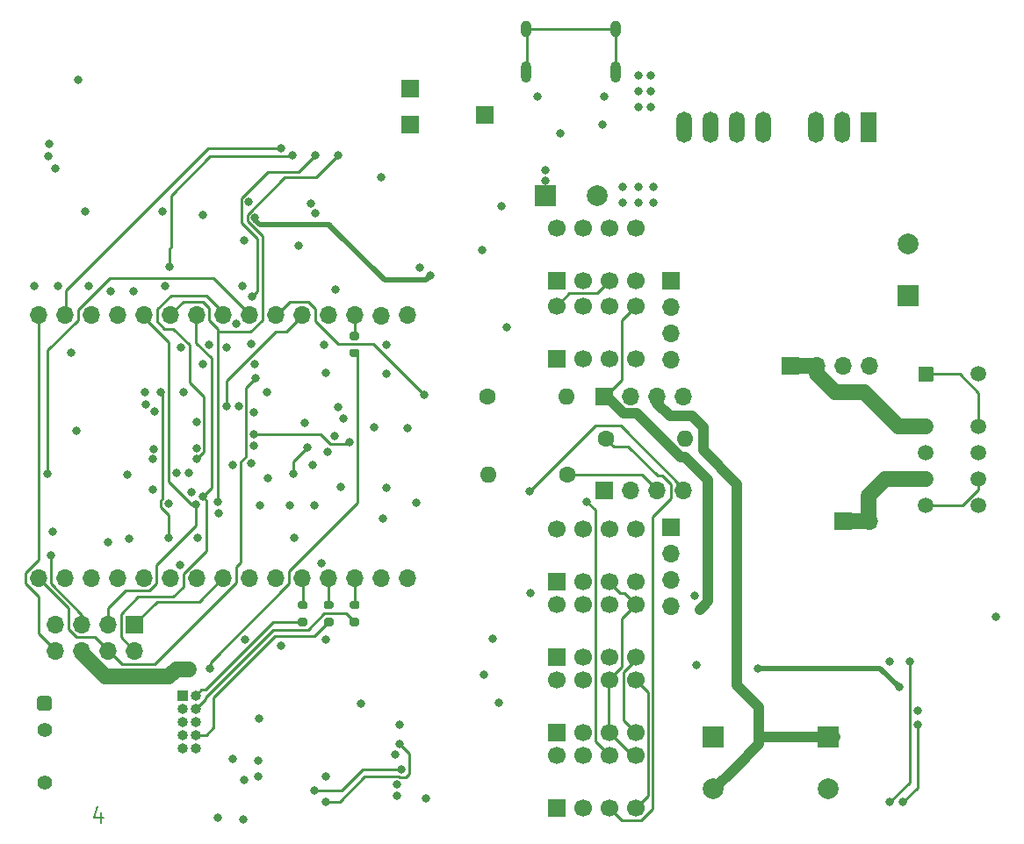
<source format=gbr>
%TF.GenerationSoftware,KiCad,Pcbnew,5.1.9-73d0e3b20d~88~ubuntu18.04.1*%
%TF.CreationDate,2021-01-16T14:46:19+01:00*%
%TF.ProjectId,saba-fernbedienung,73616261-2d66-4657-926e-62656469656e,rev?*%
%TF.SameCoordinates,Original*%
%TF.FileFunction,Copper,L4,Bot*%
%TF.FilePolarity,Positive*%
%FSLAX46Y46*%
G04 Gerber Fmt 4.6, Leading zero omitted, Abs format (unit mm)*
G04 Created by KiCad (PCBNEW 5.1.9-73d0e3b20d~88~ubuntu18.04.1) date 2021-01-16 14:46:19*
%MOMM*%
%LPD*%
G01*
G04 APERTURE LIST*
%TA.AperFunction,NonConductor*%
%ADD10C,0.150000*%
%TD*%
%TA.AperFunction,ComponentPad*%
%ADD11C,2.000000*%
%TD*%
%TA.AperFunction,ComponentPad*%
%ADD12R,2.000000X2.000000*%
%TD*%
%TA.AperFunction,ComponentPad*%
%ADD13O,1.700000X1.700000*%
%TD*%
%TA.AperFunction,ComponentPad*%
%ADD14R,1.700000X1.700000*%
%TD*%
%TA.AperFunction,ComponentPad*%
%ADD15C,1.700000*%
%TD*%
%TA.AperFunction,ComponentPad*%
%ADD16O,1.000000X2.100000*%
%TD*%
%TA.AperFunction,ComponentPad*%
%ADD17O,1.000000X1.600000*%
%TD*%
%TA.AperFunction,ComponentPad*%
%ADD18O,1.500000X3.000000*%
%TD*%
%TA.AperFunction,ComponentPad*%
%ADD19R,1.500000X3.000000*%
%TD*%
%TA.AperFunction,ComponentPad*%
%ADD20C,1.400000*%
%TD*%
%TA.AperFunction,ComponentPad*%
%ADD21C,1.600000*%
%TD*%
%TA.AperFunction,ComponentPad*%
%ADD22O,1.600000X1.600000*%
%TD*%
%TA.AperFunction,ComponentPad*%
%ADD23C,1.500000*%
%TD*%
%TA.AperFunction,ComponentPad*%
%ADD24O,1.000000X1.000000*%
%TD*%
%TA.AperFunction,ComponentPad*%
%ADD25R,1.000000X1.000000*%
%TD*%
%TA.AperFunction,ViaPad*%
%ADD26C,0.800000*%
%TD*%
%TA.AperFunction,Conductor*%
%ADD27C,1.500000*%
%TD*%
%TA.AperFunction,Conductor*%
%ADD28C,1.000000*%
%TD*%
%TA.AperFunction,Conductor*%
%ADD29C,0.500000*%
%TD*%
%TA.AperFunction,Conductor*%
%ADD30C,0.250000*%
%TD*%
G04 APERTURE END LIST*
D10*
X107985714Y-137078571D02*
X107985714Y-138078571D01*
X107628571Y-136507142D02*
X107271428Y-137578571D01*
X108200000Y-137578571D01*
D11*
%TO.P,C407,2*%
%TO.N,GND*%
X155800000Y-77600000D03*
D12*
%TO.P,C407,1*%
%TO.N,+5V*%
X150800000Y-77600000D03*
%TD*%
D13*
%TO.P,U201,30*%
%TO.N,+5V*%
X137490000Y-114500000D03*
%TO.P,U201,29*%
%TO.N,GND*%
X134950000Y-114500000D03*
%TO.P,U201,28*%
%TO.N,SABA_Suchlauf_R*%
X132410000Y-114500000D03*
%TO.P,U201,27*%
%TO.N,SABA_Schnelllauf*%
X129870000Y-114500000D03*
%TO.P,U201,26*%
%TO.N,SABA_Suchlauf_L*%
X127330000Y-114500000D03*
%TO.P,U201,25*%
%TO.N,SABA_Laufrichtung*%
X124790000Y-114500000D03*
%TO.P,U201,24*%
%TO.N,SABA_Netz*%
X122250000Y-114500000D03*
%TO.P,U201,23*%
%TO.N,SPI_CS_LCD*%
X119710000Y-114500000D03*
%TO.P,U201,22*%
%TO.N,SABA_Suchlauf_Langsam*%
X117170000Y-114500000D03*
%TO.P,U201,21*%
%TO.N,SPI_DCS_VS1053*%
X114630000Y-114500000D03*
%TO.P,U201,20*%
%TO.N,IR_RX*%
X112090000Y-114500000D03*
%TO.P,U201,19*%
%TO.N,SABA_Suchlauf_Schnell*%
X109550000Y-114500000D03*
%TO.P,U201,18*%
%TO.N,Net-(R204-Pad2)*%
X107010000Y-114500000D03*
%TO.P,U201,17*%
%TO.N,SABA_HS*%
X104470000Y-114500000D03*
%TO.P,U201,16*%
%TO.N,~RESET*%
X101930000Y-114500000D03*
%TO.P,U201,15*%
%TO.N,LCD_A0*%
X101930000Y-89100000D03*
%TO.P,U201,14*%
%TO.N,SPI_CS_SDCARD*%
X104470000Y-89100000D03*
%TO.P,U201,13*%
%TO.N,N/C*%
X107010000Y-89100000D03*
%TO.P,U201,12*%
X109550000Y-89100000D03*
%TO.P,U201,11*%
%TO.N,SPI_MOSI*%
X112090000Y-89100000D03*
%TO.P,U201,10*%
%TO.N,SPI_MISO*%
X114630000Y-89100000D03*
%TO.P,U201,9*%
%TO.N,SPI_SCK*%
X117170000Y-89100000D03*
%TO.P,U201,8*%
%TO.N,SPI_CS_VS1053*%
X119710000Y-89100000D03*
%TO.P,U201,7*%
%TO.N,Net-(R203-Pad2)*%
X122250000Y-89100000D03*
%TO.P,U201,6*%
%TO.N,SABA_Mute*%
X124790000Y-89100000D03*
%TO.P,U201,5*%
%TO.N,VS1053_DREQ*%
X127330000Y-89100000D03*
%TO.P,U201,4*%
%TO.N,SABA_Laut*%
X129870000Y-89100000D03*
%TO.P,U201,3*%
%TO.N,SABA_Leise*%
X132410000Y-89100000D03*
%TO.P,U201,2*%
%TO.N,GND*%
X134950000Y-89150800D03*
%TO.P,U201,1*%
%TO.N,+3V3*%
X137488000Y-89100800D03*
%TD*%
D14*
%TO.P,J312,1*%
%TO.N,SPI_CS_LCD*%
X111180000Y-118960000D03*
D13*
%TO.P,J312,2*%
%TO.N,SPI_SCK*%
X111180000Y-121500000D03*
%TO.P,J312,3*%
%TO.N,SPI_MOSI*%
X108640000Y-118960000D03*
%TO.P,J312,4*%
%TO.N,~RESET*%
X108640000Y-121500000D03*
%TO.P,J312,5*%
%TO.N,LCD_BL*%
X106100000Y-118960000D03*
%TO.P,J312,6*%
%TO.N,+5V*%
X106100000Y-121500000D03*
%TO.P,J312,7*%
%TO.N,GND*%
X103560000Y-118960000D03*
%TO.P,J312,8*%
%TO.N,LCD_A0*%
X103560000Y-121500000D03*
%TD*%
D12*
%TO.P,C418,1*%
%TO.N,SABA_GND_AC*%
X178100000Y-129800000D03*
D11*
%TO.P,C418,2*%
%TO.N,-24V*%
X178100000Y-134800000D03*
%TD*%
D14*
%TO.P,K606,1*%
%TO.N,+5V*%
X151880000Y-114800000D03*
D15*
%TO.P,K606,2*%
%TO.N,SABA_Suchlauf*%
X154420000Y-114800000D03*
%TO.P,K606,3*%
%TO.N,/Fernbedienung/Suchlauf*%
X156960000Y-114800000D03*
%TO.P,K606,4*%
%TO.N,N/C*%
X159500000Y-114800000D03*
%TO.P,K606,5*%
%TO.N,SABA_Suchlauf*%
X159500000Y-109720000D03*
%TO.P,K606,6*%
%TO.N,SABA_GND_AC*%
X156960000Y-109720000D03*
%TO.P,K606,7*%
%TO.N,N/C*%
X154420000Y-109720000D03*
%TO.P,K606,8*%
%TO.N,/Fernbedienung/Relais_Mute*%
X151880000Y-109720000D03*
%TD*%
D14*
%TO.P,K605,1*%
%TO.N,+5V*%
X151880000Y-136680000D03*
D15*
%TO.P,K605,2*%
%TO.N,N/C*%
X154420000Y-136680000D03*
%TO.P,K605,3*%
%TO.N,Net-(K605-Pad3)*%
X156960000Y-136680000D03*
%TO.P,K605,4*%
%TO.N,Net-(K604-Pad5)*%
X159500000Y-136680000D03*
%TO.P,K605,5*%
%TO.N,/Fernbedienung/Suchlauf*%
X159500000Y-131600000D03*
%TO.P,K605,6*%
%TO.N,Net-(K605-Pad6)*%
X156960000Y-131600000D03*
%TO.P,K605,7*%
%TO.N,N/C*%
X154420000Y-131600000D03*
%TO.P,K605,8*%
%TO.N,/Fernbedienung/Relais_Suchlauf_L*%
X151880000Y-131600000D03*
%TD*%
D14*
%TO.P,K604,1*%
%TO.N,+5V*%
X151880000Y-129380000D03*
D15*
%TO.P,K604,2*%
%TO.N,N/C*%
X154420000Y-129380000D03*
%TO.P,K604,3*%
%TO.N,/Fernbedienung/Suchlauf*%
X156960000Y-129380000D03*
%TO.P,K604,4*%
%TO.N,Net-(K602-Pad4)*%
X159500000Y-129380000D03*
%TO.P,K604,5*%
%TO.N,Net-(K604-Pad5)*%
X159500000Y-124300000D03*
%TO.P,K604,6*%
%TO.N,/Fernbedienung/Suchlauf*%
X156960000Y-124300000D03*
%TO.P,K604,7*%
%TO.N,N/C*%
X154420000Y-124300000D03*
%TO.P,K604,8*%
%TO.N,/Fernbedienung/Relais_Schnelllauf*%
X151880000Y-124300000D03*
%TD*%
D14*
%TO.P,K603,1*%
%TO.N,+5V*%
X151880000Y-85800000D03*
D15*
%TO.P,K603,2*%
%TO.N,/Fernbedienung/Relais_Laut*%
X154420000Y-85800000D03*
%TO.P,K603,3*%
%TO.N,Net-(D602-Pad2)*%
X156960000Y-85800000D03*
%TO.P,K603,4*%
%TO.N,N/C*%
X159500000Y-85800000D03*
%TO.P,K603,5*%
%TO.N,SABA_~15V_AC*%
X159500000Y-80720000D03*
%TO.P,K603,6*%
%TO.N,SABA_Lautstaerke*%
X156960000Y-80720000D03*
%TO.P,K603,7*%
%TO.N,N/C*%
X154420000Y-80720000D03*
%TO.P,K603,8*%
%TO.N,Net-(D604-Pad2)*%
X151880000Y-80720000D03*
%TD*%
D14*
%TO.P,K602,1*%
%TO.N,+5V*%
X151880000Y-122080000D03*
D15*
%TO.P,K602,2*%
%TO.N,N/C*%
X154420000Y-122080000D03*
%TO.P,K602,3*%
%TO.N,Net-(K602-Pad3)*%
X156960000Y-122080000D03*
%TO.P,K602,4*%
%TO.N,Net-(K602-Pad4)*%
X159500000Y-122080000D03*
%TO.P,K602,5*%
%TO.N,/Fernbedienung/Suchlauf*%
X159500000Y-117000000D03*
%TO.P,K602,6*%
%TO.N,Net-(K602-Pad6)*%
X156960000Y-117000000D03*
%TO.P,K602,7*%
%TO.N,N/C*%
X154420000Y-117000000D03*
%TO.P,K602,8*%
%TO.N,/Fernbedienung/Relais_Suchlauf_R*%
X151880000Y-117000000D03*
%TD*%
D14*
%TO.P,K601,1*%
%TO.N,+5V*%
X151880000Y-93300000D03*
D15*
%TO.P,K601,2*%
%TO.N,/Fernbedienung/Relais_Leise*%
X154420000Y-93300000D03*
%TO.P,K601,3*%
%TO.N,Net-(D604-Pad2)*%
X156960000Y-93300000D03*
%TO.P,K601,4*%
%TO.N,N/C*%
X159500000Y-93300000D03*
%TO.P,K601,5*%
%TO.N,SABA_15V_AC*%
X159500000Y-88220000D03*
%TO.P,K601,6*%
%TO.N,SABA_Lautstaerke*%
X156960000Y-88220000D03*
%TO.P,K601,7*%
%TO.N,N/C*%
X154420000Y-88220000D03*
%TO.P,K601,8*%
%TO.N,Net-(D602-Pad2)*%
X151880000Y-88220000D03*
%TD*%
D14*
%TO.P,J306,1*%
%TO.N,SABA_N2*%
X179500000Y-109000000D03*
D13*
%TO.P,J306,2*%
X182040000Y-109000000D03*
%TD*%
D16*
%TO.P,J313,S1*%
%TO.N,Net-(J313-PadS1)*%
X148960000Y-65630000D03*
X157600000Y-65630000D03*
D17*
X157600000Y-61450000D03*
X148960000Y-61450000D03*
%TD*%
D18*
%TO.P,U401,8*%
%TO.N,N/C*%
X164220000Y-71000000D03*
%TO.P,U401,7*%
%TO.N,GND*%
X166760000Y-71000000D03*
%TO.P,U401,3*%
%TO.N,N/C*%
X176920000Y-71000000D03*
%TO.P,U401,6*%
%TO.N,+5V*%
X169300000Y-71000000D03*
%TO.P,U401,5*%
%TO.N,N/C*%
X171840000Y-71000000D03*
%TO.P,U401,2*%
%TO.N,Net-(C401-Pad1)*%
X179460000Y-71000000D03*
D19*
%TO.P,U401,1*%
%TO.N,Net-(C402-Pad2)*%
X182000000Y-71000000D03*
%TD*%
%TO.P,U301,1*%
%TO.N,GND*%
%TA.AperFunction,ComponentPad*%
G36*
G01*
X102049200Y-125860000D02*
X102950800Y-125860000D01*
G75*
G02*
X103200000Y-126109200I0J-249200D01*
G01*
X103200000Y-127010800D01*
G75*
G02*
X102950800Y-127260000I-249200J0D01*
G01*
X102049200Y-127260000D01*
G75*
G02*
X101800000Y-127010800I0J249200D01*
G01*
X101800000Y-126109200D01*
G75*
G02*
X102049200Y-125860000I249200J0D01*
G01*
G37*
%TD.AperFunction*%
D20*
%TO.P,U301,2*%
%TO.N,Net-(C304-Pad1)*%
X102500000Y-129100000D03*
%TO.P,U301,3*%
%TO.N,IR_RX*%
X102500000Y-134180000D03*
%TD*%
D21*
%TO.P,R618,1*%
%TO.N,SABA_HS2*%
X152900000Y-104500000D03*
D22*
%TO.P,R618,2*%
%TO.N,Net-(D609-Pad1)*%
X145280000Y-104500000D03*
%TD*%
%TO.P,R617,2*%
%TO.N,SABA_~15V_AC*%
X164250000Y-101000000D03*
D21*
%TO.P,R617,1*%
%TO.N,Net-(K605-Pad3)*%
X156630000Y-101000000D03*
%TD*%
D22*
%TO.P,R603,2*%
%TO.N,SABA_15V_AC*%
X152870000Y-97000000D03*
D21*
%TO.P,R603,1*%
%TO.N,Net-(K602-Pad3)*%
X145250000Y-97000000D03*
%TD*%
%TO.P,R208,2*%
%TO.N,SABA_Suchlauf_R*%
%TA.AperFunction,SMDPad,CuDef*%
G36*
G01*
X132675000Y-117475000D02*
X132125000Y-117475000D01*
G75*
G02*
X131925000Y-117275000I0J200000D01*
G01*
X131925000Y-116875000D01*
G75*
G02*
X132125000Y-116675000I200000J0D01*
G01*
X132675000Y-116675000D01*
G75*
G02*
X132875000Y-116875000I0J-200000D01*
G01*
X132875000Y-117275000D01*
G75*
G02*
X132675000Y-117475000I-200000J0D01*
G01*
G37*
%TD.AperFunction*%
%TO.P,R208,1*%
%TO.N,Net-(J201-Pad4)*%
%TA.AperFunction,SMDPad,CuDef*%
G36*
G01*
X132675000Y-119125000D02*
X132125000Y-119125000D01*
G75*
G02*
X131925000Y-118925000I0J200000D01*
G01*
X131925000Y-118525000D01*
G75*
G02*
X132125000Y-118325000I200000J0D01*
G01*
X132675000Y-118325000D01*
G75*
G02*
X132875000Y-118525000I0J-200000D01*
G01*
X132875000Y-118925000D01*
G75*
G02*
X132675000Y-119125000I-200000J0D01*
G01*
G37*
%TD.AperFunction*%
%TD*%
%TO.P,R207,2*%
%TO.N,SABA_Suchlauf_L*%
%TA.AperFunction,SMDPad,CuDef*%
G36*
G01*
X127675000Y-117475000D02*
X127125000Y-117475000D01*
G75*
G02*
X126925000Y-117275000I0J200000D01*
G01*
X126925000Y-116875000D01*
G75*
G02*
X127125000Y-116675000I200000J0D01*
G01*
X127675000Y-116675000D01*
G75*
G02*
X127875000Y-116875000I0J-200000D01*
G01*
X127875000Y-117275000D01*
G75*
G02*
X127675000Y-117475000I-200000J0D01*
G01*
G37*
%TD.AperFunction*%
%TO.P,R207,1*%
%TO.N,Net-(J201-Pad2)*%
%TA.AperFunction,SMDPad,CuDef*%
G36*
G01*
X127675000Y-119125000D02*
X127125000Y-119125000D01*
G75*
G02*
X126925000Y-118925000I0J200000D01*
G01*
X126925000Y-118525000D01*
G75*
G02*
X127125000Y-118325000I200000J0D01*
G01*
X127675000Y-118325000D01*
G75*
G02*
X127875000Y-118525000I0J-200000D01*
G01*
X127875000Y-118925000D01*
G75*
G02*
X127675000Y-119125000I-200000J0D01*
G01*
G37*
%TD.AperFunction*%
%TD*%
%TO.P,R206,2*%
%TO.N,SABA_Leise*%
%TA.AperFunction,SMDPad,CuDef*%
G36*
G01*
X132675000Y-91500000D02*
X132125000Y-91500000D01*
G75*
G02*
X131925000Y-91300000I0J200000D01*
G01*
X131925000Y-90900000D01*
G75*
G02*
X132125000Y-90700000I200000J0D01*
G01*
X132675000Y-90700000D01*
G75*
G02*
X132875000Y-90900000I0J-200000D01*
G01*
X132875000Y-91300000D01*
G75*
G02*
X132675000Y-91500000I-200000J0D01*
G01*
G37*
%TD.AperFunction*%
%TO.P,R206,1*%
%TO.N,Net-(J201-Pad6)*%
%TA.AperFunction,SMDPad,CuDef*%
G36*
G01*
X132675000Y-93150000D02*
X132125000Y-93150000D01*
G75*
G02*
X131925000Y-92950000I0J200000D01*
G01*
X131925000Y-92550000D01*
G75*
G02*
X132125000Y-92350000I200000J0D01*
G01*
X132675000Y-92350000D01*
G75*
G02*
X132875000Y-92550000I0J-200000D01*
G01*
X132875000Y-92950000D01*
G75*
G02*
X132675000Y-93150000I-200000J0D01*
G01*
G37*
%TD.AperFunction*%
%TD*%
%TO.P,R205,2*%
%TO.N,SABA_Schnelllauf*%
%TA.AperFunction,SMDPad,CuDef*%
G36*
G01*
X130175000Y-117475000D02*
X129625000Y-117475000D01*
G75*
G02*
X129425000Y-117275000I0J200000D01*
G01*
X129425000Y-116875000D01*
G75*
G02*
X129625000Y-116675000I200000J0D01*
G01*
X130175000Y-116675000D01*
G75*
G02*
X130375000Y-116875000I0J-200000D01*
G01*
X130375000Y-117275000D01*
G75*
G02*
X130175000Y-117475000I-200000J0D01*
G01*
G37*
%TD.AperFunction*%
%TO.P,R205,1*%
%TO.N,Net-(J201-Pad8)*%
%TA.AperFunction,SMDPad,CuDef*%
G36*
G01*
X130175000Y-119125000D02*
X129625000Y-119125000D01*
G75*
G02*
X129425000Y-118925000I0J200000D01*
G01*
X129425000Y-118525000D01*
G75*
G02*
X129625000Y-118325000I200000J0D01*
G01*
X130175000Y-118325000D01*
G75*
G02*
X130375000Y-118525000I0J-200000D01*
G01*
X130375000Y-118925000D01*
G75*
G02*
X130175000Y-119125000I-200000J0D01*
G01*
G37*
%TD.AperFunction*%
%TD*%
D23*
%TO.P,K607,12*%
%TO.N,Net-(D607-Pad2)*%
X192580000Y-94800000D03*
%TO.P,K607,10*%
%TO.N,Net-(D607-Pad1)*%
X192580000Y-99880000D03*
%TO.P,K607,9*%
%TO.N,+5V*%
X192580000Y-102420000D03*
%TO.P,K607,8*%
%TO.N,Net-(D608-Pad1)*%
X192580000Y-104960000D03*
%TO.P,K607,7*%
%TO.N,Net-(D607-Pad2)*%
X192580000Y-107500000D03*
%TO.P,K607,6*%
%TO.N,Net-(D608-Pad1)*%
X187500000Y-107500000D03*
%TO.P,K607,5*%
%TO.N,SABA_N2*%
X187500000Y-104960000D03*
%TO.P,K607,4*%
%TO.N,SABA_230V_AC*%
X187500000Y-102420000D03*
%TO.P,K607,3*%
%TO.N,SABA_N1*%
X187500000Y-99880000D03*
%TO.P,K607,1*%
%TO.N,Net-(D607-Pad1)*%
%TA.AperFunction,ComponentPad*%
G36*
G01*
X186750000Y-95299500D02*
X186750000Y-94300500D01*
G75*
G02*
X187000500Y-94050000I250500J0D01*
G01*
X187999500Y-94050000D01*
G75*
G02*
X188250000Y-94300500I0J-250500D01*
G01*
X188250000Y-95299500D01*
G75*
G02*
X187999500Y-95550000I-250500J0D01*
G01*
X187000500Y-95550000D01*
G75*
G02*
X186750000Y-95299500I0J250500D01*
G01*
G37*
%TD.AperFunction*%
%TD*%
D13*
%TO.P,J311,4*%
%TO.N,N/C*%
X162900000Y-117220000D03*
%TO.P,J311,3*%
X162900000Y-114680000D03*
%TO.P,J311,2*%
X162900000Y-112140000D03*
D14*
%TO.P,J311,1*%
X162900000Y-109600000D03*
%TD*%
%TO.P,J310,1*%
%TO.N,Net-(D301-Pad2)*%
X145000000Y-69750000D03*
%TD*%
%TO.P,J309,1*%
%TO.N,Net-(D301-Pad1)*%
X137750000Y-67250000D03*
%TD*%
%TO.P,J308,1*%
%TO.N,GND*%
X137750000Y-70750000D03*
%TD*%
%TO.P,J307,1*%
%TO.N,SABA_N1*%
X174400000Y-94000000D03*
D13*
%TO.P,J307,2*%
X176940000Y-94000000D03*
%TO.P,J307,3*%
%TO.N,SABA_230V_AC*%
X179480000Y-94000000D03*
%TO.P,J307,4*%
X182020000Y-94000000D03*
%TD*%
D14*
%TO.P,J304,1*%
%TO.N,SABA_Lautstaerke*%
X156500000Y-106000000D03*
D13*
%TO.P,J304,2*%
%TO.N,SABA_Suchlauf*%
X159040000Y-106000000D03*
%TO.P,J304,3*%
%TO.N,SABA_HS2*%
X161580000Y-106000000D03*
%TO.P,J304,4*%
%TO.N,SABA_HS3*%
X164120000Y-106000000D03*
%TD*%
D14*
%TO.P,J302,1*%
%TO.N,SABA_6\u002C3V_AC*%
X162900000Y-85800000D03*
D13*
%TO.P,J302,2*%
X162900000Y-88340000D03*
%TO.P,J302,3*%
%TO.N,Earth*%
X162900000Y-90880000D03*
%TO.P,J302,4*%
X162900000Y-93420000D03*
%TD*%
D14*
%TO.P,J301,1*%
%TO.N,SABA_15V_AC*%
X156500000Y-97000000D03*
D13*
%TO.P,J301,2*%
%TO.N,SABA_GND_AC*%
X159040000Y-97000000D03*
%TO.P,J301,3*%
X161580000Y-97000000D03*
%TO.P,J301,4*%
%TO.N,SABA_~15V_AC*%
X164120000Y-97000000D03*
%TD*%
D24*
%TO.P,J201,10*%
%TO.N,~RESET*%
X117070000Y-130880000D03*
%TO.P,J201,9*%
%TO.N,GND*%
X115800000Y-130880000D03*
%TO.P,J201,8*%
%TO.N,Net-(J201-Pad8)*%
X117070000Y-129610000D03*
%TO.P,J201,7*%
%TO.N,N/C*%
X115800000Y-129610000D03*
%TO.P,J201,6*%
%TO.N,Net-(J201-Pad6)*%
X117070000Y-128340000D03*
%TO.P,J201,5*%
%TO.N,GND*%
X115800000Y-128340000D03*
%TO.P,J201,4*%
%TO.N,Net-(J201-Pad4)*%
X117070000Y-127070000D03*
%TO.P,J201,3*%
%TO.N,GND*%
X115800000Y-127070000D03*
%TO.P,J201,2*%
%TO.N,Net-(J201-Pad2)*%
X117070000Y-125800000D03*
D25*
%TO.P,J201,1*%
%TO.N,+3V3*%
X115800000Y-125800000D03*
%TD*%
D12*
%TO.P,C410,1*%
%TO.N,+24V*%
X167000000Y-129800000D03*
D11*
%TO.P,C410,2*%
%TO.N,SABA_GND_AC*%
X167000000Y-134800000D03*
%TD*%
D12*
%TO.P,C403,1*%
%TO.N,Net-(C402-Pad1)*%
X185800000Y-87200000D03*
D11*
%TO.P,C403,2*%
%TO.N,Net-(C402-Pad2)*%
X185800000Y-82200000D03*
%TD*%
D26*
%TO.N,+3V3*%
X128200000Y-78300000D03*
X113030000Y-102005000D03*
X120700000Y-103600000D03*
X110480000Y-104505000D03*
X116650153Y-106175153D03*
X112300000Y-97700000D03*
X103300000Y-110000000D03*
X110700000Y-110700000D03*
X117300000Y-110600000D03*
X126600000Y-110600000D03*
X135100000Y-108700000D03*
X121000000Y-89900004D03*
%TO.N,+5V*%
X150800000Y-76100000D03*
X150800000Y-75100000D03*
X115200000Y-123300008D03*
X116400000Y-123300000D03*
X161000000Y-69000000D03*
X161000000Y-67500000D03*
X161000000Y-66000000D03*
X159750000Y-66000000D03*
X159750000Y-67500000D03*
X159750000Y-69000000D03*
X144700000Y-82800000D03*
X102900000Y-73800000D03*
X105800000Y-66400000D03*
%TO.N,SABA_GND_AC*%
X171400000Y-126950000D03*
X123099998Y-132100000D03*
X121800000Y-134000000D03*
X123200000Y-127999996D03*
X133000000Y-126600000D03*
X129594965Y-133629996D03*
X119200000Y-137600000D03*
X139300000Y-135750000D03*
X136500000Y-134400000D03*
X136750000Y-128600000D03*
X186700000Y-127300000D03*
%TO.N,+24V*%
X123100000Y-133600000D03*
X121700000Y-137800000D03*
X120700000Y-131900000D03*
X136500000Y-135500000D03*
X136300000Y-131500000D03*
X171300000Y-123200000D03*
X184900000Y-125000000D03*
%TO.N,+1V8*%
X122800000Y-93800000D03*
X117780000Y-93830000D03*
X123300000Y-107500000D03*
X101500000Y-86300000D03*
X103800000Y-86300000D03*
X115225000Y-104300000D03*
%TO.N,+3.3VA*%
X127855000Y-101905000D03*
X108900000Y-86800000D03*
X111100000Y-86800000D03*
X130800000Y-97979981D03*
X126500000Y-104400000D03*
%TO.N,Net-(C503-Pad1)*%
X185300000Y-136100000D03*
X186700004Y-128600000D03*
%TO.N,/Suchlauf Messung/Phase*%
X136750000Y-130500000D03*
X129650000Y-136050000D03*
%TO.N,/Suchlauf Messung/Amplitude*%
X128500000Y-135000000D03*
X136950000Y-132950000D03*
%TO.N,+5VA*%
X139700000Y-85300000D03*
X122800000Y-79700000D03*
%TO.N,SABA_15V_AC*%
X165700000Y-117500000D03*
X165200000Y-116200000D03*
%TO.N,Net-(D504-Pad1)*%
X184000000Y-122500000D03*
X165400000Y-122900000D03*
%TO.N,SABA_HS3*%
X149300000Y-106100000D03*
%TO.N,~RESET*%
X122840789Y-95218334D03*
%TO.N,Net-(J201-Pad6)*%
X118500000Y-123200000D03*
%TO.N,SPI_MISO*%
X130799998Y-73700000D03*
X119200000Y-107100000D03*
%TO.N,SPI_SCK*%
X117744524Y-106635401D03*
X122500000Y-87300000D03*
X128600000Y-73700000D03*
%TO.N,SPI_MOSI*%
X117100000Y-107400000D03*
X114600000Y-84400000D03*
X126400000Y-73700000D03*
%TO.N,SPI_CS_SDCARD*%
X125300000Y-73000000D03*
%TO.N,LCD_BL*%
X103105001Y-112305001D03*
%TO.N,Net-(K605-Pad6)*%
X154800000Y-107100000D03*
%TO.N,Net-(R203-Pad2)*%
X102825010Y-104400000D03*
%TO.N,Net-(R501-Pad1)*%
X185900000Y-122500000D03*
X183999998Y-136100000D03*
%TO.N,SABA_Mute*%
X139110010Y-96810010D03*
%TO.N,Net-(R716-Pad2)*%
X131900000Y-101400010D03*
X122700000Y-100600000D03*
%TO.N,SPI_DCS_VS1053*%
X113750000Y-96500000D03*
X114500000Y-110600000D03*
%TO.N,SPI_CS_VS1053*%
X117200000Y-103000000D03*
%TO.N,VS1053_DREQ*%
X120063967Y-97900000D03*
%TO.N,GND*%
X131100000Y-105700000D03*
X147100000Y-90300000D03*
X149400000Y-115900000D03*
X145700000Y-120300000D03*
X144900000Y-123800000D03*
X146300000Y-126500000D03*
X125350000Y-121000000D03*
X129650000Y-120450000D03*
X108600000Y-111050000D03*
X138337340Y-107237340D03*
X152200000Y-71600000D03*
X150000000Y-68000000D03*
X156500000Y-68000000D03*
X156300000Y-70700000D03*
X158250000Y-76750000D03*
X159750000Y-76750000D03*
X158250000Y-78250000D03*
X159750000Y-78250000D03*
X161250000Y-76750000D03*
X161250000Y-78250000D03*
X146600000Y-78600000D03*
X128600000Y-79300000D03*
X135000000Y-75800000D03*
X130600000Y-86600000D03*
X127000084Y-82400000D03*
X121600000Y-86300000D03*
X138700000Y-84500000D03*
X113850000Y-79100000D03*
X106450000Y-79100000D03*
X103550000Y-74950000D03*
X102950000Y-72550000D03*
X114100000Y-86250000D03*
X129212660Y-113012660D03*
X121812660Y-120412660D03*
X124030000Y-104855000D03*
X129800000Y-102300000D03*
X120030000Y-92260000D03*
X115880000Y-96555000D03*
X130500000Y-100774990D03*
X129500000Y-92000000D03*
X122400000Y-91900000D03*
X117180000Y-101955000D03*
X134300000Y-99900000D03*
X116400000Y-104300000D03*
X131300000Y-99100000D03*
X128500000Y-107500000D03*
X114500000Y-107300000D03*
X117180000Y-99455000D03*
X112200000Y-96500000D03*
X121230000Y-97905000D03*
X115650000Y-92200000D03*
X122730000Y-98455000D03*
X105630000Y-100255000D03*
X122480000Y-103355000D03*
X128330000Y-103605000D03*
X127630000Y-99505000D03*
X126200000Y-107500000D03*
X112980000Y-103005000D03*
X112980000Y-105905000D03*
X122730000Y-101705000D03*
X113100000Y-98400000D03*
X123980000Y-96555000D03*
X119300000Y-108200000D03*
X118400000Y-92000000D03*
X106800000Y-86250062D03*
X105100000Y-92700000D03*
X121799992Y-81900000D03*
X122199996Y-78200000D03*
X129600000Y-94700000D03*
X135500000Y-92000000D03*
X135500000Y-94750000D03*
X135500000Y-105750000D03*
X137500000Y-100000000D03*
X115600000Y-113200000D03*
X194200000Y-118200000D03*
X117800000Y-79400000D03*
%TD*%
D27*
%TO.N,+5V*%
X115500000Y-123300000D02*
X115500000Y-123300000D01*
X115200008Y-123300000D02*
X116400000Y-123300000D01*
X114500008Y-124000000D02*
X115200008Y-123300000D01*
X108400000Y-124000000D02*
X114500008Y-124000000D01*
X106100000Y-121500000D02*
X106100000Y-121700000D01*
X106100000Y-121700000D02*
X108400000Y-124000000D01*
D28*
%TO.N,SABA_GND_AC*%
X178700000Y-129800000D02*
X171400000Y-129800000D01*
X171400000Y-126950000D02*
X171400000Y-129800000D01*
X169050000Y-132850000D02*
X167100000Y-134800000D01*
X171400000Y-129800000D02*
X171400000Y-130500000D01*
X171400000Y-130500000D02*
X169050000Y-132850000D01*
X169300000Y-105400000D02*
X169300000Y-124850000D01*
X169300000Y-124850000D02*
X171400000Y-126950000D01*
X161580000Y-97620000D02*
X162810000Y-98850000D01*
X162810000Y-98850000D02*
X164900000Y-98850000D01*
X161580000Y-97000000D02*
X161580000Y-97620000D01*
X164900000Y-98850000D02*
X166000000Y-99950000D01*
X166000000Y-99950000D02*
X166000000Y-102100000D01*
X166000000Y-102100000D02*
X169300000Y-105400000D01*
D29*
%TO.N,+24V*%
X171300000Y-123200000D02*
X183100000Y-123200000D01*
X183100000Y-123200000D02*
X184900000Y-125000000D01*
D30*
%TO.N,+3.3VA*%
X126500000Y-103260000D02*
X126500000Y-104400000D01*
X127855000Y-101905000D02*
X126500000Y-103260000D01*
%TO.N,Net-(C503-Pad1)*%
X185300000Y-136100000D02*
X186700004Y-134699996D01*
X186700004Y-134699996D02*
X186700004Y-128600000D01*
%TO.N,/Suchlauf Messung/Phase*%
X130950000Y-136050000D02*
X129650000Y-136050000D01*
X133350000Y-133650000D02*
X130950000Y-136050000D01*
X137675001Y-131425001D02*
X137675001Y-133324999D01*
X136750000Y-130500000D02*
X137675001Y-131425001D01*
X137675001Y-133324999D02*
X137300000Y-133700000D01*
X136750000Y-133700000D02*
X136700000Y-133650000D01*
X137300000Y-133700000D02*
X136750000Y-133700000D01*
X136700000Y-133650000D02*
X133350000Y-133650000D01*
%TO.N,/Suchlauf Messung/Amplitude*%
X136950000Y-132950000D02*
X133200000Y-132950000D01*
X131150000Y-135000000D02*
X128500000Y-135000000D01*
X133200000Y-132950000D02*
X131150000Y-135000000D01*
D29*
%TO.N,+5VA*%
X139300001Y-85699999D02*
X139700000Y-85300000D01*
X130100000Y-80500000D02*
X135299999Y-85699999D01*
X135299999Y-85699999D02*
X139300001Y-85699999D01*
X130100000Y-80500000D02*
X130000000Y-80400000D01*
X130000000Y-80400000D02*
X123300000Y-80400000D01*
X123300000Y-80400000D02*
X122800000Y-79900000D01*
X122800000Y-79900000D02*
X122800000Y-79700000D01*
D30*
%TO.N,SABA_15V_AC*%
X158135001Y-89584999D02*
X158135001Y-95364999D01*
X159500000Y-88220000D02*
X158135001Y-89584999D01*
X158135001Y-95364999D02*
X156900000Y-96600000D01*
D28*
X166099999Y-117100001D02*
X165700000Y-117500000D01*
X166500000Y-105000000D02*
X166500000Y-116700000D01*
X156745998Y-97000000D02*
X158295999Y-98550001D01*
X166500000Y-116700000D02*
X166099999Y-117100001D01*
X156500000Y-97000000D02*
X156745998Y-97000000D01*
X158295999Y-98550001D02*
X159616742Y-98550001D01*
X163866741Y-102800000D02*
X164300000Y-102800000D01*
X159616742Y-98550001D02*
X163866741Y-102800000D01*
X164300000Y-102800000D02*
X166500000Y-105000000D01*
D30*
%TO.N,Net-(D602-Pad2)*%
X155784999Y-86975001D02*
X153124999Y-86975001D01*
X156960000Y-85800000D02*
X155784999Y-86975001D01*
X153124999Y-86975001D02*
X151900000Y-88200000D01*
%TO.N,Net-(D607-Pad1)*%
X192580000Y-99880000D02*
X192580000Y-96580000D01*
X192580000Y-96580000D02*
X190750000Y-94750000D01*
X190750000Y-94750000D02*
X187500000Y-94750000D01*
%TO.N,Net-(D608-Pad1)*%
X192580000Y-104960000D02*
X192580000Y-105920000D01*
X192580000Y-105920000D02*
X192075001Y-106424999D01*
X192075001Y-106424999D02*
X191000000Y-107500000D01*
X191000000Y-107500000D02*
X187500000Y-107500000D01*
%TO.N,SABA_HS3*%
X149400000Y-106000000D02*
X149300000Y-106100000D01*
X155650000Y-99750000D02*
X149400000Y-106000000D01*
X158050000Y-99750000D02*
X155650000Y-99750000D01*
X164120000Y-106000000D02*
X164120000Y-105820000D01*
X164120000Y-105820000D02*
X158050000Y-99750000D01*
%TO.N,~RESET*%
X121955001Y-102744999D02*
X121955001Y-96104122D01*
X121425001Y-103274999D02*
X121955001Y-102744999D01*
X121955001Y-96104122D02*
X122840789Y-95218334D01*
X121000000Y-114949002D02*
X121000000Y-113400000D01*
X113149002Y-122800000D02*
X121000000Y-114949002D01*
X121000000Y-113400000D02*
X121425001Y-112974999D01*
X101930000Y-114500000D02*
X104800000Y-117370000D01*
X121425001Y-112974999D02*
X121425001Y-103274999D01*
X104800000Y-119399002D02*
X105600998Y-120200000D01*
X107400000Y-120200000D02*
X110000000Y-122800000D01*
X105600998Y-120200000D02*
X107400000Y-120200000D01*
X104800000Y-117370000D02*
X104800000Y-119399002D01*
X110000000Y-122800000D02*
X113149002Y-122800000D01*
%TO.N,Net-(J201-Pad8)*%
X117000000Y-129600000D02*
X117100000Y-129600000D01*
X118800000Y-126000000D02*
X118800000Y-128900000D01*
X128525000Y-120100000D02*
X124700000Y-120100000D01*
X129900000Y-118725000D02*
X128525000Y-120100000D01*
X124700000Y-120100000D02*
X118800000Y-126000000D01*
X118800000Y-128900000D02*
X118100000Y-129600000D01*
X118100000Y-129600000D02*
X117000000Y-129600000D01*
%TO.N,Net-(J201-Pad6)*%
X132700000Y-107200000D02*
X126100000Y-113800000D01*
X132700000Y-93050000D02*
X132700000Y-107200000D01*
X132400000Y-92750000D02*
X132700000Y-93050000D01*
X126100000Y-113800000D02*
X126100000Y-115014501D01*
X126100000Y-115014501D02*
X118534999Y-122579502D01*
X118534999Y-122579502D02*
X118534999Y-123165001D01*
X118534999Y-123165001D02*
X118500000Y-123200000D01*
%TO.N,Net-(J201-Pad4)*%
X118000000Y-126200000D02*
X117000000Y-127200000D01*
X131575000Y-117900000D02*
X129507522Y-117900000D01*
X118000000Y-126017366D02*
X118000000Y-126200000D01*
X132400000Y-118725000D02*
X131575000Y-117900000D01*
X124517366Y-119500000D02*
X118000000Y-126017366D01*
X129507522Y-117900000D02*
X127907522Y-119500000D01*
X127907522Y-119500000D02*
X124517366Y-119500000D01*
%TO.N,Net-(J201-Pad2)*%
X117650000Y-125250000D02*
X117100000Y-125800000D01*
X118048322Y-125250000D02*
X117650000Y-125250000D01*
X127400000Y-118725000D02*
X124573322Y-118725000D01*
X124573322Y-118725000D02*
X118048322Y-125250000D01*
%TO.N,SPI_MISO*%
X125672998Y-75800000D02*
X128699998Y-75800000D01*
X122389002Y-90700000D02*
X123500000Y-89589002D01*
X128699998Y-75800000D02*
X130799998Y-73700000D01*
X119200000Y-90700000D02*
X122389002Y-90700000D01*
X123500000Y-81473002D02*
X122074999Y-80048001D01*
X123500000Y-89589002D02*
X123500000Y-81473002D01*
X122074999Y-80048001D02*
X122074999Y-79397999D01*
X122074999Y-79397999D02*
X125672998Y-75800000D01*
X114600000Y-89100000D02*
X115900000Y-87800000D01*
X117800000Y-87800000D02*
X118400000Y-88400000D01*
X115900000Y-87800000D02*
X117800000Y-87800000D01*
X118400000Y-88400000D02*
X118400000Y-89600000D01*
X119200000Y-90400000D02*
X119200000Y-107100000D01*
X118400000Y-89600000D02*
X119200000Y-90400000D01*
%TO.N,SPI_SCK*%
X118600000Y-105779925D02*
X117744524Y-106635401D01*
X118600000Y-93273002D02*
X118600000Y-105779925D01*
X117100000Y-89100000D02*
X117100000Y-91773002D01*
X117100000Y-91773002D02*
X118600000Y-93273002D01*
X127000000Y-75300000D02*
X128600000Y-73700000D01*
X123000000Y-86800000D02*
X123000000Y-81700000D01*
X124026994Y-75300000D02*
X127000000Y-75300000D01*
X122500000Y-87300000D02*
X123000000Y-86800000D01*
X121474995Y-80174995D02*
X121474995Y-77851999D01*
X123000000Y-81700000D02*
X121474995Y-80174995D01*
X121474995Y-77851999D02*
X124026994Y-75300000D01*
X115900000Y-114098321D02*
X115900000Y-115300000D01*
X109900000Y-117954998D02*
X109900000Y-120200000D01*
X109900000Y-120200000D02*
X111300000Y-121600000D01*
X111555008Y-116299990D02*
X109900000Y-117954998D01*
X117744524Y-106635401D02*
X118144523Y-107035400D01*
X118144523Y-107035400D02*
X118144523Y-111853798D01*
X115900000Y-115300000D02*
X114900010Y-116299990D01*
X114900010Y-116299990D02*
X111555008Y-116299990D01*
X118144523Y-111853798D02*
X115900000Y-114098321D01*
%TO.N,SPI_MOSI*%
X114600000Y-82626994D02*
X114700000Y-82526994D01*
X114600000Y-84400000D02*
X114600000Y-82626994D01*
X114700000Y-82526994D02*
X114700000Y-77600000D01*
X114700000Y-77600000D02*
X118500000Y-73800000D01*
X118500000Y-73800000D02*
X126300000Y-73800000D01*
X126300000Y-73800000D02*
X126400000Y-73700000D01*
X117100000Y-107400000D02*
X117100000Y-109400000D01*
X108600000Y-117400000D02*
X108600000Y-119000000D01*
X113300000Y-113200000D02*
X113300000Y-115029002D01*
X110300000Y-115700000D02*
X108600000Y-117400000D01*
X117100000Y-109400000D02*
X113300000Y-113200000D01*
X113300000Y-115029002D02*
X112629002Y-115700000D01*
X112629002Y-115700000D02*
X110300000Y-115700000D01*
X112100000Y-89300000D02*
X112100000Y-89100000D01*
X114500000Y-91700000D02*
X112100000Y-89300000D01*
X114500000Y-105200000D02*
X114500000Y-91700000D01*
X117100000Y-107400000D02*
X116700000Y-107400000D01*
X116700000Y-107400000D02*
X114500000Y-105200000D01*
%TO.N,SPI_CS_SDCARD*%
X118300000Y-73000000D02*
X125300000Y-73000000D01*
X104550000Y-86750000D02*
X118300000Y-73000000D01*
X104470000Y-89100000D02*
X104550000Y-89020000D01*
X104550000Y-89020000D02*
X104550000Y-86750000D01*
%TO.N,SABA_HS2*%
X161580000Y-106000000D02*
X161580000Y-105930000D01*
X160150000Y-104500000D02*
X152900000Y-104500000D01*
X161580000Y-105930000D02*
X160150000Y-104500000D01*
D27*
%TO.N,SABA_N2*%
X187500000Y-104960000D02*
X183540000Y-104960000D01*
X183540000Y-104960000D02*
X182000000Y-106500000D01*
X182000000Y-106500000D02*
X182000000Y-109000000D01*
X182000000Y-109000000D02*
X179500000Y-109000000D01*
%TO.N,SABA_N1*%
X187500000Y-99880000D02*
X184880000Y-99880000D01*
X184880000Y-99880000D02*
X181500000Y-96500000D01*
X181500000Y-96500000D02*
X178750000Y-96500000D01*
X178750000Y-96500000D02*
X177000000Y-94750000D01*
X177000000Y-94750000D02*
X177000000Y-94000000D01*
X177000000Y-94000000D02*
X174500000Y-94000000D01*
D30*
%TO.N,LCD_BL*%
X106100000Y-118960000D02*
X106100000Y-118900000D01*
X103105001Y-115005001D02*
X103105001Y-112305001D01*
X106100000Y-118900000D02*
X106100000Y-118000000D01*
X106100000Y-118000000D02*
X103105001Y-115005001D01*
%TO.N,LCD_A0*%
X101950000Y-89150000D02*
X102000000Y-89100000D01*
X101950000Y-119850000D02*
X101950000Y-116250000D01*
X103700000Y-121600000D02*
X101950000Y-119850000D01*
X101950000Y-112740998D02*
X101950000Y-89150000D01*
X101950000Y-116250000D02*
X100700000Y-115000000D01*
X100700000Y-115000000D02*
X100700000Y-113990998D01*
X100700000Y-113990998D02*
X101950000Y-112740998D01*
%TO.N,SPI_CS_LCD*%
X113350000Y-116750000D02*
X117450000Y-116750000D01*
X111180000Y-118960000D02*
X111180000Y-118920000D01*
X117450000Y-116750000D02*
X119600000Y-114600000D01*
X111180000Y-118920000D02*
X113350000Y-116750000D01*
%TO.N,Net-(J313-PadS1)*%
X157600000Y-65630000D02*
X157600000Y-61500000D01*
X157600000Y-61500000D02*
X149000000Y-61500000D01*
X149000000Y-61500000D02*
X149000000Y-65800000D01*
%TO.N,Net-(K602-Pad4)*%
X158324999Y-123511411D02*
X159500000Y-122336410D01*
X159500000Y-129380000D02*
X158324999Y-128204999D01*
X158324999Y-128204999D02*
X158324999Y-123511411D01*
X159500000Y-122336410D02*
X159500000Y-122100000D01*
%TO.N,/Fernbedienung/Suchlauf*%
X159500000Y-131600000D02*
X159100000Y-131600000D01*
X159100000Y-131600000D02*
X159100000Y-131500000D01*
X159100000Y-131500000D02*
X156900000Y-129300000D01*
X156900000Y-129300000D02*
X157000000Y-129200000D01*
X157000000Y-129200000D02*
X156900000Y-129100000D01*
X156900000Y-129100000D02*
X156900000Y-124300000D01*
X158135001Y-123064999D02*
X158135001Y-118364999D01*
X156900000Y-124300000D02*
X158135001Y-123064999D01*
X158135001Y-118364999D02*
X159500000Y-117000000D01*
X159500000Y-117000000D02*
X159200000Y-117000000D01*
X159200000Y-117000000D02*
X159200000Y-116700000D01*
X159200000Y-116700000D02*
X158400000Y-115900000D01*
X158400000Y-115900000D02*
X158000000Y-115900000D01*
X158000000Y-115900000D02*
X157000000Y-114900000D01*
%TO.N,Net-(K604-Pad5)*%
X160675001Y-135504999D02*
X160675001Y-125475001D01*
X159500000Y-136680000D02*
X160675001Y-135504999D01*
X160675001Y-125475001D02*
X159500000Y-124300000D01*
%TO.N,Net-(K605-Pad3)*%
X157400000Y-101800000D02*
X156600000Y-101000000D01*
X158800000Y-101800000D02*
X157400000Y-101800000D01*
X161600000Y-104600000D02*
X158800000Y-101800000D01*
X162100000Y-104600000D02*
X161600000Y-104600000D01*
X156960000Y-136680000D02*
X158135001Y-137855001D01*
X162900000Y-105400000D02*
X162100000Y-104600000D01*
X160064001Y-137855001D02*
X161125011Y-136793991D01*
X158135001Y-137855001D02*
X160064001Y-137855001D01*
X161125011Y-136793991D02*
X161125011Y-108574989D01*
X162900000Y-106800000D02*
X162900000Y-105400000D01*
X161125011Y-108574989D02*
X162900000Y-106800000D01*
%TO.N,Net-(K605-Pad6)*%
X155595001Y-130235001D02*
X155595001Y-107895001D01*
X155595001Y-107895001D02*
X154800000Y-107100000D01*
X156960000Y-131600000D02*
X155595001Y-130235001D01*
%TO.N,Net-(R203-Pad2)*%
X105750000Y-89559002D02*
X102825010Y-92483992D01*
X102825010Y-92483992D02*
X102825010Y-104400000D01*
X108800000Y-85500000D02*
X105750000Y-88550000D01*
X122300000Y-89000000D02*
X118800000Y-85500000D01*
X105750000Y-88550000D02*
X105750000Y-89559002D01*
X122300000Y-89200000D02*
X122300000Y-89000000D01*
X118800000Y-85500000D02*
X108800000Y-85500000D01*
%TO.N,SABA_Suchlauf_L*%
X127400000Y-117075000D02*
X127400000Y-114600000D01*
X127400000Y-114600000D02*
X127300000Y-114500000D01*
%TO.N,SABA_Schnelllauf*%
X129900000Y-117075000D02*
X129900000Y-114600000D01*
%TO.N,SABA_Suchlauf_R*%
X132400000Y-117075000D02*
X132400000Y-114500000D01*
%TO.N,Net-(R501-Pad1)*%
X185900000Y-134199998D02*
X183999998Y-136100000D01*
X185900000Y-122500000D02*
X185900000Y-134199998D01*
%TO.N,SABA_Leise*%
X132400000Y-91100000D02*
X132400000Y-89000000D01*
%TO.N,SABA_Mute*%
X134200000Y-91900000D02*
X139110010Y-96810010D01*
X124800000Y-89200000D02*
X126200000Y-87800000D01*
X128600000Y-89700000D02*
X130800000Y-91900000D01*
X127900000Y-87800000D02*
X128600000Y-88500000D01*
X126200000Y-87800000D02*
X127900000Y-87800000D01*
X128600000Y-88500000D02*
X128600000Y-89700000D01*
X130800000Y-91900000D02*
X134200000Y-91900000D01*
%TO.N,Net-(R716-Pad2)*%
X131800010Y-101500000D02*
X131900000Y-101400010D01*
X122700000Y-100600000D02*
X129126998Y-100600000D01*
X130026998Y-101500000D02*
X131800010Y-101500000D01*
X129126998Y-100600000D02*
X130026998Y-101500000D01*
%TO.N,SPI_DCS_VS1053*%
X114500000Y-108400000D02*
X114500000Y-110600000D01*
X113750000Y-107650000D02*
X114500000Y-108400000D01*
X113750000Y-106976998D02*
X113750000Y-107650000D01*
X113900000Y-106826998D02*
X113750000Y-106976998D01*
X113750000Y-96500000D02*
X113900000Y-96650000D01*
X113900000Y-96650000D02*
X113900000Y-106826998D01*
%TO.N,SPI_CS_VS1053*%
X119700000Y-88800000D02*
X119700000Y-89100000D01*
X113400000Y-88495499D02*
X114695499Y-87200000D01*
X114095499Y-90400000D02*
X113400000Y-89704501D01*
X114695499Y-87200000D02*
X118100000Y-87200000D01*
X117905001Y-102294999D02*
X117905001Y-96991502D01*
X113400000Y-89704501D02*
X113400000Y-88495499D01*
X117905001Y-96991502D02*
X116500000Y-95586501D01*
X116500000Y-95586501D02*
X116500000Y-92000000D01*
X118100000Y-87200000D02*
X119700000Y-88800000D01*
X116500000Y-92000000D02*
X114900000Y-90400000D01*
X117200000Y-103000000D02*
X117905001Y-102294999D01*
X114900000Y-90400000D02*
X114095499Y-90400000D01*
%TO.N,VS1053_DREQ*%
X125800000Y-90700000D02*
X127400000Y-89100000D01*
X124826998Y-90700000D02*
X125800000Y-90700000D01*
X120063967Y-97900000D02*
X120063967Y-95463031D01*
X120063967Y-95463031D02*
X124826998Y-90700000D01*
%TD*%
M02*

</source>
